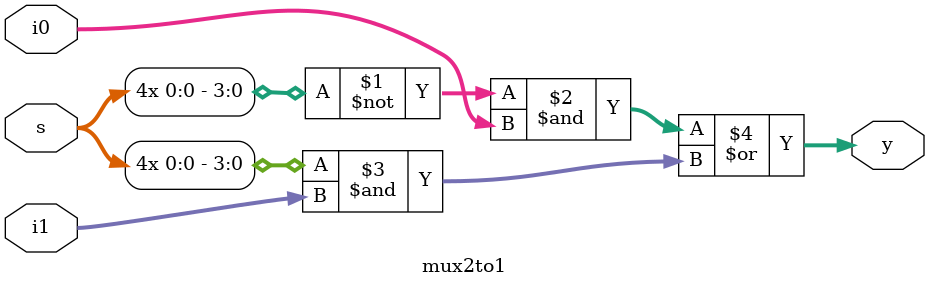
<source format=v>
`timescale 1ns / 1ps


module mux2to1(

	input s,
	input [3:0] i0,
	input [3:0] i1,
    
	output [3:0] y
	);
    
	assign y = ~{4{s}} & i0 | {4{s}} & i1;
endmodule

</source>
